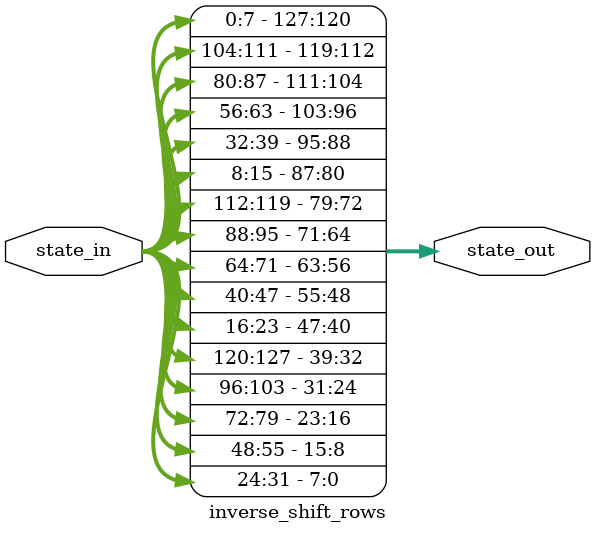
<source format=v>
module inverse_shift_rows (
	input [0:127] state_in,
	output [0:127] state_out);

	// First row is not shifted
    assign state_out[0:7] = state_in[0:7];
    assign state_out[32:39] = state_in[32:39];
    assign state_out[64:71] = state_in[64:71];
    assign state_out[96:103] = state_in[96:103];
    
    // Second row is shifted cyclically to the right by 1
    assign state_out[8:15] = state_in[104:111];
    assign state_out[40:47] = state_in[8:15];
    assign state_out[72:79] = state_in[40:47];
    assign state_out[104:111] = state_in[72:79];
    
    // Third row is shifted cyclically to the right by 2
    assign state_out[16:23] = state_in[80:87];
    assign state_out[48:55] = state_in[112:119];
    assign state_out[80:87] = state_in[16:23];
    assign state_out[112:119] = state_in[48:55];
    
    // Fourth row is shifted cyclically to the right by 3
    assign state_out[24:31] = state_in[56:63];
    assign state_out[56:63] = state_in[88:95];
    assign state_out[88:95] = state_in[120:127];
    assign state_out[120:127] = state_in[24:31];

endmodule
</source>
